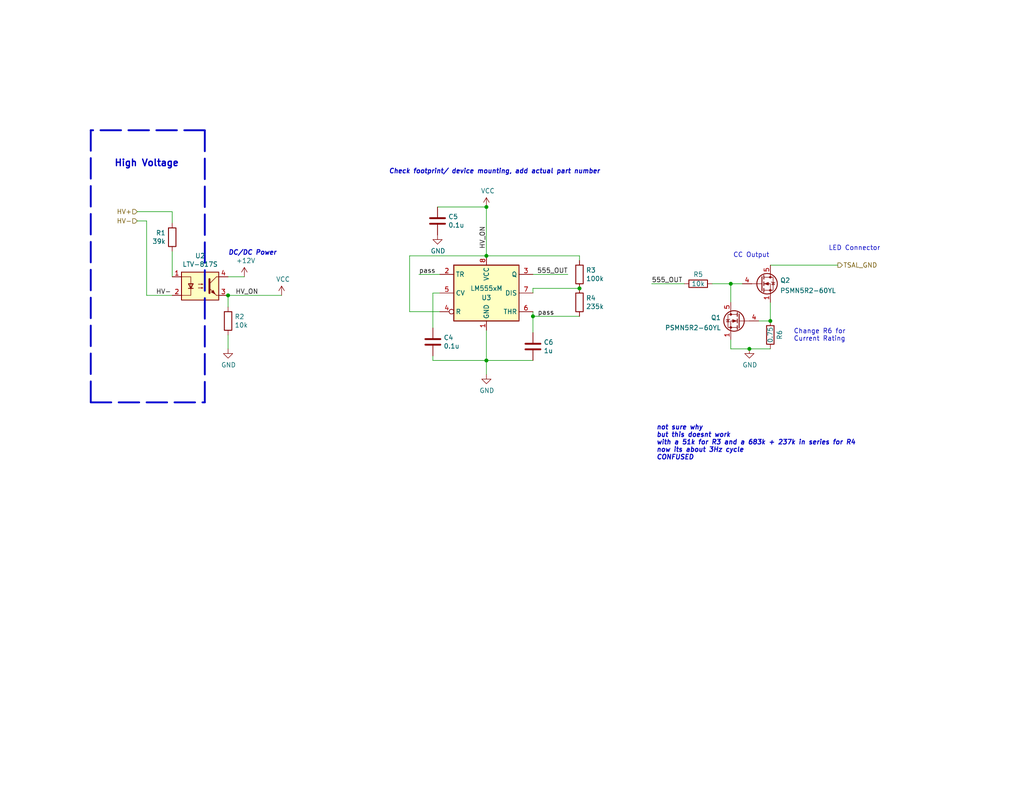
<source format=kicad_sch>
(kicad_sch (version 20211123) (generator eeschema)
  (paper "A")
  (lib_symbols
    (symbol "Device:C" (pin_numbers hide) (pin_names (offset 0.254))
      (property "Reference" "C" (at 0.635 2.54 0))
      (property "Value" "C" (at 0.635 -2.54 0))
      (symbol "C_0_1"
        (polyline (pts (xy -2.032 -0.762) (xy 2.032 -0.762)) (stroke (width 0.508)))
        (polyline (pts (xy -2.032 0.762) (xy 2.032 0.762)) (stroke (width 0.508)))
      )
      (symbol "C_1_1"
        (pin passive line (at 0 3.81 270) (length 2.794) (name "~") (number "1"))
        (pin passive line (at 0 -3.81 90) (length 2.794) (name "~") (number "2"))
      )
    )
    (symbol "Device:R" (pin_numbers hide) (pin_names (offset 0))
      (property "Reference" "R" (at 2.032 0 90))
      (property "Value" "R" (at 0 0 90))
      (symbol "R_0_1"
        (rectangle (start -1.016 -2.54) (end 1.016 2.54) (stroke (width 0.254)))
      )
      (symbol "R_1_1"
        (pin passive line (at 0 3.81 270) (length 1.27) (name "~") (number "1"))
        (pin passive line (at 0 -3.81 90) (length 1.27) (name "~") (number "2"))
      )
    )
    (symbol "Isolator:LTV-817S" (pin_names (offset 1.016))
      (property "Reference" "U" (at -3.81 5.08 0))
      (property "Value" "LTV-817S" (at 0 -5.08 0))
      (symbol "LTV-817S_1_1"
        (rectangle (start -5.08 3.81) (end 5.08 -3.81) (stroke (width 0.254)) (fill (type background)))
        (polyline (pts (xy -3.175 -0.635) (xy -1.905 -0.635)) (stroke (width 0.254)))
        (polyline (pts (xy 2.54 0.635) (xy 4.445 2.54)))
        (polyline (pts (xy 4.445 -2.54) (xy 2.54 -0.635)) (fill (type outline)))
        (polyline (pts (xy 4.445 -2.54) (xy 5.08 -2.54)))
        (polyline (pts (xy 4.445 2.54) (xy 5.08 2.54)))
        (polyline (pts (xy -5.08 2.54) (xy -2.54 2.54) (xy -2.54 -0.762)))
        (polyline (pts (xy -2.54 -0.635) (xy -2.54 -2.54) (xy -5.08 -2.54)))
        (polyline (pts (xy 2.54 1.905) (xy 2.54 -1.905) (xy 2.54 -1.905)) (stroke (width 0.508)))
        (polyline (pts (xy -2.54 -0.635) (xy -3.175 0.635) (xy -1.905 0.635) (xy -2.54 -0.635)) (stroke (width 0.254)))
        (polyline (pts (xy -0.508 -0.508) (xy 0.762 -0.508) (xy 0.381 -0.635) (xy 0.381 -0.381) (xy 0.762 -0.508)))
        (polyline (pts (xy -0.508 0.508) (xy 0.762 0.508) (xy 0.381 0.381) (xy 0.381 0.635) (xy 0.762 0.508)))
        (polyline (pts (xy 3.048 -1.651) (xy 3.556 -1.143) (xy 4.064 -2.159) (xy 3.048 -1.651) (xy 3.048 -1.651)) (fill (type outline)))
        (pin passive line (at -7.62 2.54 0) (length 2.54) (name "~") (number "1"))
        (pin passive line (at -7.62 -2.54 0) (length 2.54) (name "~") (number "2"))
        (pin passive line (at 7.62 -2.54 180) (length 2.54) (name "~") (number "3"))
        (pin passive line (at 7.62 2.54 180) (length 2.54) (name "~") (number "4"))
      )
    )
    (symbol "Timer:LM555xM"
      (property "Reference" "U" (at -10.16 8.89 0))
      (property "Value" "LM555xM" (at 2.54 8.89 0))
      (symbol "LM555xM_0_0"
        (pin power_in line (at 0 -10.16 90) (length 2.54) (name "GND") (number "1"))
        (pin power_in line (at 0 10.16 270) (length 2.54) (name "VCC") (number "8"))
      )
      (symbol "LM555xM_0_1"
        (rectangle (start -8.89 -7.62) (end 8.89 7.62) (stroke (width 0.254)) (fill (type background)))
        (rectangle (start -8.89 -7.62) (end 8.89 7.62) (stroke (width 0.254)) (fill (type background)))
      )
      (symbol "LM555xM_1_1"
        (pin input line (at -12.7 5.08 0) (length 3.81) (name "TR") (number "2"))
        (pin output line (at 12.7 5.08 180) (length 3.81) (name "Q") (number "3"))
        (pin input inverted (at -12.7 -5.08 0) (length 3.81) (name "R") (number "4"))
        (pin input line (at -12.7 0 0) (length 3.81) (name "CV") (number "5"))
        (pin input line (at 12.7 -5.08 180) (length 3.81) (name "THR") (number "6"))
        (pin input line (at 12.7 0 180) (length 3.81) (name "DIS") (number "7"))
      )
    )
    (symbol "Transistor_FET:PSMN5R2-60YL" (pin_names hide)
      (property "Reference" "Q" (at 6.35 2.54 0))
      (property "Value" "PSMN5R2-60YL" (at 12.7 0 0))
      (symbol "PSMN5R2-60YL_0_1"
        (polyline (pts (xy 0.254 0) (xy -2.54 0)))
        (polyline (pts (xy 0.254 1.905) (xy 0.254 -1.905)) (stroke (width 0.254)))
        (polyline (pts (xy 0.762 -1.27) (xy 0.762 -2.286)) (stroke (width 0.254)))
        (polyline (pts (xy 0.762 0.508) (xy 0.762 -0.508)) (stroke (width 0.254)))
        (polyline (pts (xy 0.762 2.286) (xy 0.762 1.27)) (stroke (width 0.254)))
        (polyline (pts (xy 2.54 2.54) (xy 2.54 1.778)))
        (polyline (pts (xy 2.54 -2.54) (xy 2.54 0) (xy 0.762 0)))
        (polyline (pts (xy 0.762 -1.778) (xy 3.302 -1.778) (xy 3.302 1.778) (xy 0.762 1.778)))
        (polyline (pts (xy 1.016 0) (xy 2.032 0.381) (xy 2.032 -0.381) (xy 1.016 0)) (fill (type outline)))
        (polyline (pts (xy 2.794 0.508) (xy 2.921 0.381) (xy 3.683 0.381) (xy 3.81 0.254)))
        (polyline (pts (xy 3.302 0.381) (xy 2.921 -0.254) (xy 3.683 -0.254) (xy 3.302 0.381)))
        (circle (center 1.651 0) (radius 2.794) (stroke (width 0.254)))
        (circle (center 2.54 -1.778) (radius 0.254) (fill (type outline)))
        (circle (center 2.54 1.778) (radius 0.254) (fill (type outline)))
      )
      (symbol "PSMN5R2-60YL_1_1"
        (pin passive line (at 2.54 -5.08 90) (length 2.54) (name "S") (number "1"))
        (pin passive line (at 2.54 -5.08 90) (length 2.54) hide (name "S") (number "2"))
        (pin passive line (at 2.54 -5.08 90) (length 2.54) hide (name "S") (number "3"))
        (pin passive line (at -5.08 0 0) (length 2.54) (name "G") (number "4"))
        (pin passive line (at 2.54 5.08 270) (length 2.54) (name "D") (number "5"))
      )
    )
    (symbol "power:+12V" (power) (pin_names (offset 0))
      (property "Value" "+12V" (at 0 3.556 0))
      (symbol "+12V_0_1"
        (polyline (pts (xy -0.762 1.27) (xy 0 2.54)))
        (polyline (pts (xy 0 0) (xy 0 2.54)))
        (polyline (pts (xy 0 2.54) (xy 0.762 1.27)))
      )
      (symbol "+12V_1_1"
        (pin power_in line (at 0 0 90) (length 0) hide (name "+12V") (number "1"))
      )
    )
    (symbol "power:GND" (power) (pin_names (offset 0))
      (property "Value" "GND" (at 0 -3.81 0))
      (symbol "GND_0_1"
        (polyline (pts (xy 0 0) (xy 0 -1.27) (xy 1.27 -1.27) (xy 0 -2.54) (xy -1.27 -1.27) (xy 0 -1.27)))
      )
      (symbol "GND_1_1"
        (pin power_in line (at 0 0 270) (length 0) hide (name "GND") (number "1"))
      )
    )
    (symbol "power:VCC" (power) (pin_names (offset 0))
      (property "Value" "VCC" (at 0 3.81 0))
      (symbol "VCC_0_1"
        (polyline (pts (xy -0.762 1.27) (xy 0 2.54)))
        (polyline (pts (xy 0 0) (xy 0 2.54)))
        (polyline (pts (xy 0 2.54) (xy 0.762 1.27)))
      )
      (symbol "VCC_1_1"
        (pin power_in line (at 0 0 90) (length 0) hide (name "VCC") (number "1"))
      )
    )
  )
  (junction (at 145.415 86.36))
  (junction (at 199.39 77.47))
  (junction (at 132.715 69.85))
  (junction (at 132.715 98.425))
  (junction (at 210.185 87.63))
  (junction (at 158.115 78.74))
  (junction (at 132.715 56.515))
  (junction (at 62.23 80.645))
  (junction (at 204.47 95.25))
  (wire (pts (xy 111.76 69.85) (xy 132.715 69.85)))
  (wire (pts (xy 145.415 80.01) (xy 145.415 78.74)))
  (wire (pts (xy 199.39 77.47) (xy 202.565 77.47)))
  (wire (pts (xy 145.415 86.36) (xy 145.415 85.09)))
  (wire (pts (xy 37.465 57.785) (xy 46.99 57.785)))
  (wire (pts (xy 177.8 77.47) (xy 186.69 77.47)))
  (wire (pts (xy 210.185 72.39) (xy 228.6 72.39)))
  (polyline (pts (xy 55.88 35.56) (xy 24.765 35.56)) (stroke (width 0.508)))
  (wire (pts (xy 158.115 71.12) (xy 158.115 69.85)))
  (wire (pts (xy 62.23 80.645) (xy 76.835 80.645)))
  (wire (pts (xy 120.015 85.09) (xy 111.76 85.09)))
  (wire (pts (xy 210.185 87.63) (xy 210.185 82.55)))
  (wire (pts (xy 132.715 90.17) (xy 132.715 98.425)))
  (wire (pts (xy 207.01 87.63) (xy 210.185 87.63)))
  (wire (pts (xy 46.99 68.58) (xy 46.99 75.565)))
  (wire (pts (xy 111.76 85.09) (xy 111.76 69.85)))
  (wire (pts (xy 199.39 95.25) (xy 199.39 92.71)))
  (wire (pts (xy 132.715 56.515) (xy 119.38 56.515)))
  (wire (pts (xy 145.415 78.74) (xy 158.115 78.74)))
  (wire (pts (xy 194.31 77.47) (xy 199.39 77.47)))
  (wire (pts (xy 145.415 98.425) (xy 132.715 98.425)))
  (wire (pts (xy 204.47 95.25) (xy 199.39 95.25)))
  (wire (pts (xy 118.11 89.535) (xy 118.11 80.01)))
  (polyline (pts (xy 55.88 109.855) (xy 55.88 35.56)) (stroke (width 0.508)))
  (wire (pts (xy 210.185 95.25) (xy 204.47 95.25)))
  (wire (pts (xy 40.005 80.645) (xy 40.005 60.325)))
  (wire (pts (xy 118.11 98.425) (xy 132.715 98.425)))
  (wire (pts (xy 62.23 80.645) (xy 62.23 83.82)))
  (wire (pts (xy 118.11 97.155) (xy 118.11 98.425)))
  (wire (pts (xy 132.715 98.425) (xy 132.715 102.235)))
  (wire (pts (xy 132.715 56.515) (xy 132.715 69.85)))
  (wire (pts (xy 145.415 86.36) (xy 158.115 86.36)))
  (wire (pts (xy 118.11 80.01) (xy 120.015 80.01)))
  (wire (pts (xy 199.39 82.55) (xy 199.39 77.47)))
  (wire (pts (xy 158.115 69.85) (xy 132.715 69.85)))
  (wire (pts (xy 66.675 75.565) (xy 62.23 75.565)))
  (wire (pts (xy 145.415 90.805) (xy 145.415 86.36)))
  (wire (pts (xy 46.99 80.645) (xy 40.005 80.645)))
  (wire (pts (xy 40.005 60.325) (xy 37.465 60.325)))
  (polyline (pts (xy 24.765 35.56) (xy 24.765 109.855)) (stroke (width 0.508)))
  (wire (pts (xy 62.23 91.44) (xy 62.23 95.25)))
  (polyline (pts (xy 24.765 109.855) (xy 55.88 109.855)) (stroke (width 0.508)))
  (wire (pts (xy 154.94 74.93) (xy 145.415 74.93)))
  (wire (pts (xy 46.99 57.785) (xy 46.99 60.96)))
  (wire (pts (xy 114.3 74.93) (xy 120.015 74.93)))
  (text "Check footprint/ device mounting, add actual part number" (at 106.045 47.625 0) (effects (font (size 1.27 1.27) bold italic) (justify left bottom)))
  (text "DC/DC Power" (at 62.23 69.85 0) (effects (font (size 1.27 1.27) bold italic) (justify left bottom)))
  (text "Change R6 for \nCurrent Rating" (at 216.535 93.345 0) (effects (font (size 1.27 1.27)) (justify left bottom)))
  (text "CC Output" (at 200.025 70.485 0) (effects (font (size 1.27 1.27)) (justify left bottom)))
  (text "LED Connector\n" (at 226.06 68.58 0) (effects (font (size 1.27 1.27)) (justify left bottom)))
  (text "High Voltage" (at 31.115 45.72 0) (effects (font (size 1.8034 1.8034) (thickness 0.3607) bold) (justify left bottom)))
  (text "not sure why \nbut this doesnt work \nwith a 51k for R3 and a 683k + 237k in series for R4\nnow its about 3Hz cycle\nCONFUSED" (at 179.07 125.73 0) (effects (font (size 1.27 1.27) bold italic) (justify left bottom)))
  (label "HV_ON" (at 132.715 67.945 90))
  (label "555_OUT" (at 177.8 77.47 0))
  (label "HV_ON" (at 70.485 80.645 180))
  (label "HV-" (at 42.545 80.645 0))
  (label "pass" (at 146.685 86.36 0))
  (label "pass" (at 114.3 74.93 0))
  (label "555_OUT" (at 154.94 74.93 180))
  (hierarchical_label "HV+" (shape input) (at 37.465 57.785 180))
  (hierarchical_label "HV-" (shape input) (at 37.465 60.325 180))
  (hierarchical_label "TSAL_GND" (shape output) (at 228.6 72.39 0))
  (symbol (lib_id "Timer:LM555xM") (at 132.715 80.01 0) (unit 1)
    (property "Reference" "U3" (at 132.715 81.28 0))
    (property "Value" "LM555xM" (at 132.715 78.74 0))
    (property "Footprint" "Package_SO:SOIC-8_3.9x4.9mm_P1.27mm" (effects hide))
    (property "Datasheet" "http://www.ti.com/lit/ds/symlink/lm555.pdf" (effects hide))
  )
  (symbol (lib_id "power:GND") (at 132.715 102.235 0) (unit 1)
    (property "Reference" "#PWR022" (effects hide))
    (property "Value" "GND" (at 132.842 106.6292 0))
  )
  (symbol (lib_id "power:VCC") (at 132.715 56.515 0) (unit 1)
    (property "Reference" "#PWR021" (effects hide))
    (property "Value" "VCC" (at 133.096 52.1208 0))
  )
  (symbol (lib_id "Device:R") (at 190.5 77.47 270) (unit 1)
    (property "Reference" "R5" (at 190.5 74.93 90))
    (property "Value" "10k" (at 190.5 77.47 90))
    (property "Footprint" "Resistor_SMD:R_0603_1608Metric_Pad0.98x0.95mm_HandSolder" (effects hide))
  )
  (symbol (lib_id "power:GND") (at 204.47 95.25 0) (unit 1)
    (property "Reference" "#PWR023" (effects hide))
    (property "Value" "GND" (at 204.597 99.6442 0))
  )
  (symbol (lib_id "Device:R") (at 158.115 82.55 0) (unit 1)
    (property "Reference" "R4" (at 159.893 81.3816 0) (effects (justify left)))
    (property "Value" "235k" (at 159.893 83.693 0) (effects (justify left)))
    (property "Footprint" "Resistor_SMD:R_0603_1608Metric_Pad0.98x0.95mm_HandSolder" (effects hide))
  )
  (symbol (lib_id "Device:R") (at 158.115 74.93 0) (unit 1)
    (property "Reference" "R3" (at 159.893 73.7616 0) (effects (justify left)))
    (property "Value" "100k" (at 159.893 76.073 0) (effects (justify left)))
    (property "Footprint" "Resistor_SMD:R_0603_1608Metric_Pad0.98x0.95mm_HandSolder" (effects hide))
  )
  (symbol (lib_id "power:+12V") (at 66.675 75.565 0) (unit 1)
    (property "Reference" "#PWR018" (effects hide))
    (property "Value" "+12V" (at 67.056 71.1708 0))
  )
  (symbol (lib_id "power:GND") (at 62.23 95.25 0) (unit 1)
    (property "Reference" "#PWR017" (effects hide))
    (property "Value" "GND" (at 62.357 99.6442 0))
  )
  (symbol (lib_id "Device:R") (at 62.23 87.63 0) (unit 1)
    (property "Reference" "R2" (at 64.008 86.4616 0) (effects (justify left)))
    (property "Value" "10k" (at 64.008 88.773 0) (effects (justify left)))
    (property "Footprint" "Resistor_SMD:R_0603_1608Metric_Pad0.98x0.95mm_HandSolder" (effects hide))
  )
  (symbol (lib_id "power:VCC") (at 76.835 80.645 0) (unit 1)
    (property "Reference" "#PWR019" (effects hide))
    (property "Value" "VCC" (at 77.216 76.2508 0))
  )
  (symbol (lib_id "Device:R") (at 46.99 64.77 0) (mirror x) (unit 1)
    (property "Reference" "R1" (at 45.212 63.6016 0) (effects (justify right)))
    (property "Value" "39k" (at 45.212 65.913 0) (effects (justify right)))
    (property "Footprint" "Resistor_THT:R_Axial_DIN0411_L9.9mm_D3.6mm_P25.40mm_Horizontal" (effects hide))
  )
  (symbol (lib_id "Device:C") (at 145.415 94.615 0) (unit 1)
    (property "Reference" "C6" (at 148.336 93.4466 0) (effects (justify left)))
    (property "Value" "1u" (at 148.336 95.758 0) (effects (justify left)))
    (property "Footprint" "Capacitor_SMD:C_0603_1608Metric_Pad1.08x0.95mm_HandSolder" (effects hide))
  )
  (symbol (lib_id "Device:C") (at 118.11 93.345 0) (unit 1)
    (property "Reference" "C4" (at 121.031 92.1766 0) (effects (justify left)))
    (property "Value" "0.1u" (at 121.031 94.488 0) (effects (justify left)))
    (property "Footprint" "Capacitor_SMD:C_0603_1608Metric_Pad1.08x0.95mm_HandSolder" (effects hide))
  )
  (symbol (lib_id "Isolator:LTV-817S") (at 54.61 78.105 0) (unit 1)
    (property "Reference" "U2" (at 54.61 69.85 0))
    (property "Value" "LTV-817S" (at 54.61 72.1614 0))
    (property "Footprint" "Package_DIP:SMDIP-4_W9.53mm_Clearance8mm" (effects hide))
    (property "Datasheet" "http://www.us.liteon.com/downloads/LTV-817-827-847.PDF" (effects hide))
  )
  (symbol (lib_id "Device:R") (at 210.185 91.44 180) (unit 1)
    (property "Reference" "R6" (at 212.725 91.44 90))
    (property "Value" "0.75" (at 210.185 91.44 90))
    (property "Footprint" "Resistor_SMD:R_2512_6332Metric_Pad1.40x3.35mm_HandSolder" (effects hide))
  )
  (symbol (lib_id "Device:C") (at 119.38 60.325 0) (unit 1)
    (property "Reference" "C5" (at 122.301 59.1566 0) (effects (justify left)))
    (property "Value" "0.1u" (at 122.301 61.468 0) (effects (justify left)))
    (property "Footprint" "Capacitor_SMD:C_0603_1608Metric_Pad1.08x0.95mm_HandSolder" (effects hide))
  )
  (symbol (lib_id "power:GND") (at 119.38 64.135 0) (unit 1)
    (property "Reference" "#PWR020" (effects hide))
    (property "Value" "GND" (at 119.507 68.5292 0))
  )
  (symbol (lib_id "Transistor_FET:PSMN5R2-60YL") (at 201.93 87.63 0) (mirror y) (unit 1)
    (property "Reference" "Q1" (at 196.723 86.7215 0) (effects (justify left)))
    (property "Value" "PSMN5R2-60YL" (at 196.723 89.4966 0) (effects (justify left)))
    (property "Footprint" "Package_TO_SOT_SMD:LFPAK56" (effects hide))
    (property "Datasheet" "https://assets.nexperia.com/documents/data-sheet/PSMN5R2-60YL.pdf" (effects hide))
  )
  (symbol (lib_id "Transistor_FET:PSMN5R2-60YL") (at 207.645 77.47 0) (unit 1)
    (property "Reference" "Q2" (at 212.852 76.5615 0) (effects (justify left)))
    (property "Value" "PSMN5R2-60YL" (at 212.852 79.3366 0) (effects (justify left)))
    (property "Footprint" "Package_TO_SOT_SMD:LFPAK56" (effects hide))
    (property "Datasheet" "https://assets.nexperia.com/documents/data-sheet/PSMN5R2-60YL.pdf" (effects hide))
  )
)
</source>
